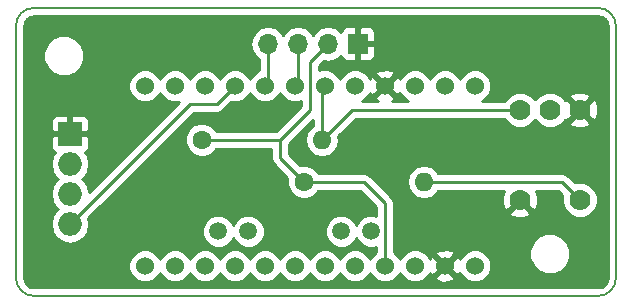
<source format=gbr>
%TF.GenerationSoftware,KiCad,Pcbnew,4.0.7*%
%TF.CreationDate,2018-07-03T14:37:38+02:00*%
%TF.ProjectId,pwmTOpwm,70776D544F70776D2E6B696361645F70,rev?*%
%TF.FileFunction,Copper,L1,Top,Signal*%
%FSLAX46Y46*%
G04 Gerber Fmt 4.6, Leading zero omitted, Abs format (unit mm)*
G04 Created by KiCad (PCBNEW 4.0.7) date Tuesday, July 03, 2018 'PMt' 02:37:38 PM*
%MOMM*%
%LPD*%
G01*
G04 APERTURE LIST*
%ADD10C,0.100000*%
%ADD11C,0.150000*%
%ADD12C,1.524000*%
%ADD13C,1.500000*%
%ADD14C,1.600000*%
%ADD15O,1.600000X1.600000*%
%ADD16R,1.700000X1.700000*%
%ADD17O,1.700000X1.700000*%
%ADD18O,1.998980X1.998980*%
%ADD19R,1.998980X1.998980*%
%ADD20C,1.778000*%
%ADD21C,0.250000*%
%ADD22C,0.254000*%
G04 APERTURE END LIST*
D10*
D11*
X213360000Y-122428000D02*
X213360000Y-101092000D01*
X164084000Y-123952000D02*
X211836000Y-123952000D01*
X162560000Y-101092000D02*
X162560000Y-122428000D01*
X164084000Y-99568000D02*
X211836000Y-99568000D01*
X211836000Y-123952000D02*
G75*
G03X213360000Y-122428000I0J1524000D01*
G01*
X213360000Y-101092000D02*
G75*
G03X211836000Y-99568000I-1524000J0D01*
G01*
X164084000Y-99568000D02*
G75*
G03X162560000Y-101092000I0J-1524000D01*
G01*
X162560000Y-122428000D02*
G75*
G03X164084000Y-123952000I1524000J0D01*
G01*
D12*
X201422000Y-106172000D03*
X198882000Y-106172000D03*
X196342000Y-106172000D03*
X193802000Y-106172000D03*
X191262000Y-106172000D03*
X188722000Y-106172000D03*
X186182000Y-106172000D03*
X183642000Y-106172000D03*
X181102000Y-106172000D03*
X178562000Y-106172000D03*
X176022000Y-106172000D03*
X173482000Y-106172000D03*
X201422000Y-121412000D03*
X198882000Y-121412000D03*
X196342000Y-121412000D03*
X193802000Y-121412000D03*
X191262000Y-121412000D03*
X188722000Y-121412000D03*
X186182000Y-121412000D03*
X183642000Y-121412000D03*
X181102000Y-121412000D03*
X178562000Y-121412000D03*
X176022000Y-121412000D03*
X173482000Y-121412000D03*
D13*
X192659000Y-118491000D03*
X190119000Y-118491000D03*
X182245000Y-118491000D03*
X179705000Y-118491000D03*
D14*
X186944000Y-114300000D03*
D15*
X197104000Y-114300000D03*
D16*
X191516000Y-102616000D03*
D17*
X188976000Y-102616000D03*
X186436000Y-102616000D03*
X183896000Y-102616000D03*
D18*
X167132000Y-117856000D03*
D19*
X167132000Y-110236000D03*
D18*
X167132000Y-112776000D03*
X167132000Y-115316000D03*
D14*
X178308000Y-110744000D03*
D15*
X188468000Y-110744000D03*
D20*
X210312000Y-115824000D03*
X205232000Y-115824000D03*
X205232000Y-108204000D03*
X207772000Y-108204000D03*
X210312000Y-108204000D03*
D21*
X186944000Y-114300000D02*
X192024000Y-114300000D01*
X193802000Y-116078000D02*
X193802000Y-121412000D01*
X192024000Y-114300000D02*
X193802000Y-116078000D01*
X186944000Y-114300000D02*
X184912000Y-112268000D01*
X184912000Y-112268000D02*
X184912000Y-110744000D01*
X178308000Y-110744000D02*
X184912000Y-110744000D01*
X187452000Y-104140000D02*
X187452000Y-107696000D01*
X187452000Y-107696000D02*
X187452000Y-108204000D01*
X187452000Y-108204000D02*
X184912000Y-110744000D01*
X187452000Y-104140000D02*
X188976000Y-102616000D01*
X186182000Y-106172000D02*
X186436000Y-105918000D01*
X186436000Y-105918000D02*
X186436000Y-102616000D01*
X183642000Y-106172000D02*
X183896000Y-105918000D01*
X183896000Y-105918000D02*
X183896000Y-102616000D01*
X167132000Y-117856000D02*
X177292000Y-107696000D01*
X179578000Y-107696000D02*
X181102000Y-106172000D01*
X177292000Y-107696000D02*
X179578000Y-107696000D01*
X188468000Y-110744000D02*
X191008000Y-108204000D01*
X191008000Y-108204000D02*
X205232000Y-108204000D01*
X188722000Y-106172000D02*
X188468000Y-106426000D01*
X188468000Y-106426000D02*
X188468000Y-110744000D01*
X197104000Y-114300000D02*
X208280000Y-114300000D01*
X208788000Y-114300000D02*
X210312000Y-115824000D01*
X208280000Y-114300000D02*
X208788000Y-114300000D01*
D22*
G36*
X212142182Y-100352814D02*
X212401749Y-100526250D01*
X212575188Y-100785820D01*
X212650000Y-101161927D01*
X212650000Y-122358073D01*
X212575188Y-122734180D01*
X212401749Y-122993750D01*
X212142182Y-123167186D01*
X211766073Y-123242000D01*
X164153927Y-123242000D01*
X163777820Y-123167188D01*
X163518250Y-122993749D01*
X163344814Y-122734182D01*
X163270000Y-122358073D01*
X163270000Y-110521750D01*
X165497510Y-110521750D01*
X165497510Y-111361799D01*
X165594183Y-111595188D01*
X165772811Y-111773817D01*
X165835013Y-111799582D01*
X165621928Y-112118486D01*
X165497510Y-112743978D01*
X165497510Y-112808022D01*
X165621928Y-113433514D01*
X165976241Y-113963781D01*
X166099290Y-114046000D01*
X165976241Y-114128219D01*
X165621928Y-114658486D01*
X165497510Y-115283978D01*
X165497510Y-115348022D01*
X165621928Y-115973514D01*
X165976241Y-116503781D01*
X166099290Y-116586000D01*
X165976241Y-116668219D01*
X165621928Y-117198486D01*
X165497510Y-117823978D01*
X165497510Y-117888022D01*
X165621928Y-118513514D01*
X165976241Y-119043781D01*
X166506508Y-119398094D01*
X167132000Y-119522512D01*
X167757492Y-119398094D01*
X168287759Y-119043781D01*
X168473844Y-118765285D01*
X178319760Y-118765285D01*
X178530169Y-119274515D01*
X178919436Y-119664461D01*
X179428298Y-119875759D01*
X179979285Y-119876240D01*
X180488515Y-119665831D01*
X180878461Y-119276564D01*
X180974976Y-119044130D01*
X181070169Y-119274515D01*
X181459436Y-119664461D01*
X181968298Y-119875759D01*
X182519285Y-119876240D01*
X183028515Y-119665831D01*
X183418461Y-119276564D01*
X183629759Y-118767702D01*
X183630240Y-118216715D01*
X183419831Y-117707485D01*
X183030564Y-117317539D01*
X182521702Y-117106241D01*
X181970715Y-117105760D01*
X181461485Y-117316169D01*
X181071539Y-117705436D01*
X180975024Y-117937870D01*
X180879831Y-117707485D01*
X180490564Y-117317539D01*
X179981702Y-117106241D01*
X179430715Y-117105760D01*
X178921485Y-117316169D01*
X178531539Y-117705436D01*
X178320241Y-118214298D01*
X178319760Y-118765285D01*
X168473844Y-118765285D01*
X168642072Y-118513514D01*
X168766490Y-117888022D01*
X168766490Y-117823978D01*
X168678945Y-117383857D01*
X177606802Y-108456000D01*
X179578000Y-108456000D01*
X179868839Y-108398148D01*
X180115401Y-108233401D01*
X180792619Y-107556183D01*
X180822900Y-107568757D01*
X181378661Y-107569242D01*
X181892303Y-107357010D01*
X182285629Y-106964370D01*
X182371949Y-106756488D01*
X182456990Y-106962303D01*
X182849630Y-107355629D01*
X183362900Y-107568757D01*
X183918661Y-107569242D01*
X184432303Y-107357010D01*
X184825629Y-106964370D01*
X184911949Y-106756488D01*
X184996990Y-106962303D01*
X185389630Y-107355629D01*
X185902900Y-107568757D01*
X186458661Y-107569242D01*
X186692000Y-107472829D01*
X186692000Y-107889198D01*
X184597198Y-109984000D01*
X179546646Y-109984000D01*
X179525243Y-109932200D01*
X179121923Y-109528176D01*
X178594691Y-109309250D01*
X178023813Y-109308752D01*
X177496200Y-109526757D01*
X177092176Y-109930077D01*
X176873250Y-110457309D01*
X176872752Y-111028187D01*
X177090757Y-111555800D01*
X177494077Y-111959824D01*
X178021309Y-112178750D01*
X178592187Y-112179248D01*
X179119800Y-111961243D01*
X179523824Y-111557923D01*
X179546215Y-111504000D01*
X184152000Y-111504000D01*
X184152000Y-112268000D01*
X184209852Y-112558839D01*
X184374599Y-112805401D01*
X185530744Y-113961546D01*
X185509250Y-114013309D01*
X185508752Y-114584187D01*
X185726757Y-115111800D01*
X186130077Y-115515824D01*
X186657309Y-115734750D01*
X187228187Y-115735248D01*
X187755800Y-115517243D01*
X188159824Y-115113923D01*
X188182215Y-115060000D01*
X191709198Y-115060000D01*
X193042000Y-116392802D01*
X193042000Y-117150380D01*
X192935702Y-117106241D01*
X192384715Y-117105760D01*
X191875485Y-117316169D01*
X191485539Y-117705436D01*
X191389024Y-117937870D01*
X191293831Y-117707485D01*
X190904564Y-117317539D01*
X190395702Y-117106241D01*
X189844715Y-117105760D01*
X189335485Y-117316169D01*
X188945539Y-117705436D01*
X188734241Y-118214298D01*
X188733760Y-118765285D01*
X188944169Y-119274515D01*
X189333436Y-119664461D01*
X189842298Y-119875759D01*
X190393285Y-119876240D01*
X190902515Y-119665831D01*
X191292461Y-119276564D01*
X191388976Y-119044130D01*
X191484169Y-119274515D01*
X191873436Y-119664461D01*
X192382298Y-119875759D01*
X192933285Y-119876240D01*
X193042000Y-119831320D01*
X193042000Y-120214469D01*
X193011697Y-120226990D01*
X192618371Y-120619630D01*
X192532051Y-120827512D01*
X192447010Y-120621697D01*
X192054370Y-120228371D01*
X191541100Y-120015243D01*
X190985339Y-120014758D01*
X190471697Y-120226990D01*
X190078371Y-120619630D01*
X189992051Y-120827512D01*
X189907010Y-120621697D01*
X189514370Y-120228371D01*
X189001100Y-120015243D01*
X188445339Y-120014758D01*
X187931697Y-120226990D01*
X187538371Y-120619630D01*
X187452051Y-120827512D01*
X187367010Y-120621697D01*
X186974370Y-120228371D01*
X186461100Y-120015243D01*
X185905339Y-120014758D01*
X185391697Y-120226990D01*
X184998371Y-120619630D01*
X184912051Y-120827512D01*
X184827010Y-120621697D01*
X184434370Y-120228371D01*
X183921100Y-120015243D01*
X183365339Y-120014758D01*
X182851697Y-120226990D01*
X182458371Y-120619630D01*
X182372051Y-120827512D01*
X182287010Y-120621697D01*
X181894370Y-120228371D01*
X181381100Y-120015243D01*
X180825339Y-120014758D01*
X180311697Y-120226990D01*
X179918371Y-120619630D01*
X179832051Y-120827512D01*
X179747010Y-120621697D01*
X179354370Y-120228371D01*
X178841100Y-120015243D01*
X178285339Y-120014758D01*
X177771697Y-120226990D01*
X177378371Y-120619630D01*
X177292051Y-120827512D01*
X177207010Y-120621697D01*
X176814370Y-120228371D01*
X176301100Y-120015243D01*
X175745339Y-120014758D01*
X175231697Y-120226990D01*
X174838371Y-120619630D01*
X174752051Y-120827512D01*
X174667010Y-120621697D01*
X174274370Y-120228371D01*
X173761100Y-120015243D01*
X173205339Y-120014758D01*
X172691697Y-120226990D01*
X172298371Y-120619630D01*
X172085243Y-121132900D01*
X172084758Y-121688661D01*
X172296990Y-122202303D01*
X172689630Y-122595629D01*
X173202900Y-122808757D01*
X173758661Y-122809242D01*
X174272303Y-122597010D01*
X174665629Y-122204370D01*
X174751949Y-121996488D01*
X174836990Y-122202303D01*
X175229630Y-122595629D01*
X175742900Y-122808757D01*
X176298661Y-122809242D01*
X176812303Y-122597010D01*
X177205629Y-122204370D01*
X177291949Y-121996488D01*
X177376990Y-122202303D01*
X177769630Y-122595629D01*
X178282900Y-122808757D01*
X178838661Y-122809242D01*
X179352303Y-122597010D01*
X179745629Y-122204370D01*
X179831949Y-121996488D01*
X179916990Y-122202303D01*
X180309630Y-122595629D01*
X180822900Y-122808757D01*
X181378661Y-122809242D01*
X181892303Y-122597010D01*
X182285629Y-122204370D01*
X182371949Y-121996488D01*
X182456990Y-122202303D01*
X182849630Y-122595629D01*
X183362900Y-122808757D01*
X183918661Y-122809242D01*
X184432303Y-122597010D01*
X184825629Y-122204370D01*
X184911949Y-121996488D01*
X184996990Y-122202303D01*
X185389630Y-122595629D01*
X185902900Y-122808757D01*
X186458661Y-122809242D01*
X186972303Y-122597010D01*
X187365629Y-122204370D01*
X187451949Y-121996488D01*
X187536990Y-122202303D01*
X187929630Y-122595629D01*
X188442900Y-122808757D01*
X188998661Y-122809242D01*
X189512303Y-122597010D01*
X189905629Y-122204370D01*
X189991949Y-121996488D01*
X190076990Y-122202303D01*
X190469630Y-122595629D01*
X190982900Y-122808757D01*
X191538661Y-122809242D01*
X192052303Y-122597010D01*
X192445629Y-122204370D01*
X192531949Y-121996488D01*
X192616990Y-122202303D01*
X193009630Y-122595629D01*
X193522900Y-122808757D01*
X194078661Y-122809242D01*
X194592303Y-122597010D01*
X194985629Y-122204370D01*
X195071949Y-121996488D01*
X195156990Y-122202303D01*
X195549630Y-122595629D01*
X196062900Y-122808757D01*
X196618661Y-122809242D01*
X197132303Y-122597010D01*
X197337457Y-122392213D01*
X198081392Y-122392213D01*
X198150857Y-122634397D01*
X198674302Y-122821144D01*
X199229368Y-122793362D01*
X199613143Y-122634397D01*
X199682608Y-122392213D01*
X198882000Y-121591605D01*
X198081392Y-122392213D01*
X197337457Y-122392213D01*
X197525629Y-122204370D01*
X197605395Y-122012273D01*
X197659603Y-122143143D01*
X197901787Y-122212608D01*
X198702395Y-121412000D01*
X199061605Y-121412000D01*
X199862213Y-122212608D01*
X200104397Y-122143143D01*
X200154509Y-122002682D01*
X200236990Y-122202303D01*
X200629630Y-122595629D01*
X201142900Y-122808757D01*
X201698661Y-122809242D01*
X202212303Y-122597010D01*
X202605629Y-122204370D01*
X202818757Y-121691100D01*
X202819242Y-121135339D01*
X202655726Y-120739599D01*
X206036699Y-120739599D01*
X206300281Y-121377515D01*
X206787918Y-121866004D01*
X207425373Y-122130699D01*
X208115599Y-122131301D01*
X208753515Y-121867719D01*
X209242004Y-121380082D01*
X209506699Y-120742627D01*
X209507301Y-120052401D01*
X209243719Y-119414485D01*
X208756082Y-118925996D01*
X208118627Y-118661301D01*
X207428401Y-118660699D01*
X206790485Y-118924281D01*
X206301996Y-119411918D01*
X206037301Y-120049373D01*
X206036699Y-120739599D01*
X202655726Y-120739599D01*
X202607010Y-120621697D01*
X202214370Y-120228371D01*
X201701100Y-120015243D01*
X201145339Y-120014758D01*
X200631697Y-120226990D01*
X200238371Y-120619630D01*
X200158605Y-120811727D01*
X200104397Y-120680857D01*
X199862213Y-120611392D01*
X199061605Y-121412000D01*
X198702395Y-121412000D01*
X197901787Y-120611392D01*
X197659603Y-120680857D01*
X197609491Y-120821318D01*
X197527010Y-120621697D01*
X197337432Y-120431787D01*
X198081392Y-120431787D01*
X198882000Y-121232395D01*
X199682608Y-120431787D01*
X199613143Y-120189603D01*
X199089698Y-120002856D01*
X198534632Y-120030638D01*
X198150857Y-120189603D01*
X198081392Y-120431787D01*
X197337432Y-120431787D01*
X197134370Y-120228371D01*
X196621100Y-120015243D01*
X196065339Y-120014758D01*
X195551697Y-120226990D01*
X195158371Y-120619630D01*
X195072051Y-120827512D01*
X194987010Y-120621697D01*
X194594370Y-120228371D01*
X194562000Y-120214930D01*
X194562000Y-116896196D01*
X204339409Y-116896196D01*
X204424467Y-117151539D01*
X204993965Y-117359516D01*
X205599700Y-117333723D01*
X206039533Y-117151539D01*
X206124591Y-116896196D01*
X205232000Y-116003605D01*
X204339409Y-116896196D01*
X194562000Y-116896196D01*
X194562000Y-116078000D01*
X194504148Y-115787161D01*
X194339401Y-115540599D01*
X193098802Y-114300000D01*
X195640887Y-114300000D01*
X195750120Y-114849151D01*
X196061189Y-115314698D01*
X196526736Y-115625767D01*
X197075887Y-115735000D01*
X197132113Y-115735000D01*
X197681264Y-115625767D01*
X198146811Y-115314698D01*
X198316995Y-115060000D01*
X203888563Y-115060000D01*
X203696484Y-115585965D01*
X203722277Y-116191700D01*
X203904461Y-116631533D01*
X204159804Y-116716591D01*
X205052395Y-115824000D01*
X205038253Y-115809858D01*
X205217858Y-115630253D01*
X205232000Y-115644395D01*
X205246143Y-115630253D01*
X205425748Y-115809858D01*
X205411605Y-115824000D01*
X206304196Y-116716591D01*
X206559539Y-116631533D01*
X206767516Y-116062035D01*
X206741723Y-115456300D01*
X206577571Y-115060000D01*
X208473198Y-115060000D01*
X208830650Y-115417452D01*
X208788265Y-115519528D01*
X208787736Y-116125812D01*
X209019262Y-116686149D01*
X209447596Y-117115231D01*
X210007528Y-117347735D01*
X210613812Y-117348264D01*
X211174149Y-117116738D01*
X211603231Y-116688404D01*
X211835735Y-116128472D01*
X211836264Y-115522188D01*
X211604738Y-114961851D01*
X211176404Y-114532769D01*
X210616472Y-114300265D01*
X210010188Y-114299736D01*
X209905708Y-114342906D01*
X209325401Y-113762599D01*
X209078839Y-113597852D01*
X208788000Y-113540000D01*
X198316995Y-113540000D01*
X198146811Y-113285302D01*
X197681264Y-112974233D01*
X197132113Y-112865000D01*
X197075887Y-112865000D01*
X196526736Y-112974233D01*
X196061189Y-113285302D01*
X195750120Y-113750849D01*
X195640887Y-114300000D01*
X193098802Y-114300000D01*
X192561401Y-113762599D01*
X192314839Y-113597852D01*
X192024000Y-113540000D01*
X188182646Y-113540000D01*
X188161243Y-113488200D01*
X187757923Y-113084176D01*
X187230691Y-112865250D01*
X186659813Y-112864752D01*
X186605851Y-112887049D01*
X185672000Y-111953198D01*
X185672000Y-111058802D01*
X187708000Y-109022802D01*
X187708000Y-109540333D01*
X187425189Y-109729302D01*
X187114120Y-110194849D01*
X187004887Y-110744000D01*
X187114120Y-111293151D01*
X187425189Y-111758698D01*
X187890736Y-112069767D01*
X188439887Y-112179000D01*
X188496113Y-112179000D01*
X189045264Y-112069767D01*
X189510811Y-111758698D01*
X189821880Y-111293151D01*
X189931113Y-110744000D01*
X189866688Y-110420114D01*
X191322802Y-108964000D01*
X203897055Y-108964000D01*
X203939262Y-109066149D01*
X204367596Y-109495231D01*
X204927528Y-109727735D01*
X205533812Y-109728264D01*
X206094149Y-109496738D01*
X206502336Y-109089263D01*
X206907596Y-109495231D01*
X207467528Y-109727735D01*
X208073812Y-109728264D01*
X208634149Y-109496738D01*
X208855076Y-109276196D01*
X209419409Y-109276196D01*
X209504467Y-109531539D01*
X210073965Y-109739516D01*
X210679700Y-109713723D01*
X211119533Y-109531539D01*
X211204591Y-109276196D01*
X210312000Y-108383605D01*
X209419409Y-109276196D01*
X208855076Y-109276196D01*
X209063231Y-109068404D01*
X209074405Y-109041494D01*
X209239804Y-109096591D01*
X210132395Y-108204000D01*
X210491605Y-108204000D01*
X211384196Y-109096591D01*
X211639539Y-109011533D01*
X211847516Y-108442035D01*
X211821723Y-107836300D01*
X211639539Y-107396467D01*
X211384196Y-107311409D01*
X210491605Y-108204000D01*
X210132395Y-108204000D01*
X209239804Y-107311409D01*
X209074862Y-107366353D01*
X209064738Y-107341851D01*
X208855058Y-107131804D01*
X209419409Y-107131804D01*
X210312000Y-108024395D01*
X211204591Y-107131804D01*
X211119533Y-106876461D01*
X210550035Y-106668484D01*
X209944300Y-106694277D01*
X209504467Y-106876461D01*
X209419409Y-107131804D01*
X208855058Y-107131804D01*
X208636404Y-106912769D01*
X208076472Y-106680265D01*
X207470188Y-106679736D01*
X206909851Y-106911262D01*
X206501664Y-107318737D01*
X206096404Y-106912769D01*
X205536472Y-106680265D01*
X204930188Y-106679736D01*
X204369851Y-106911262D01*
X203940769Y-107339596D01*
X203897417Y-107444000D01*
X202001771Y-107444000D01*
X202212303Y-107357010D01*
X202605629Y-106964370D01*
X202818757Y-106451100D01*
X202819242Y-105895339D01*
X202607010Y-105381697D01*
X202214370Y-104988371D01*
X201701100Y-104775243D01*
X201145339Y-104774758D01*
X200631697Y-104986990D01*
X200238371Y-105379630D01*
X200152051Y-105587512D01*
X200067010Y-105381697D01*
X199674370Y-104988371D01*
X199161100Y-104775243D01*
X198605339Y-104774758D01*
X198091697Y-104986990D01*
X197698371Y-105379630D01*
X197612051Y-105587512D01*
X197527010Y-105381697D01*
X197134370Y-104988371D01*
X196621100Y-104775243D01*
X196065339Y-104774758D01*
X195551697Y-104986990D01*
X195158371Y-105379630D01*
X195078605Y-105571727D01*
X195024397Y-105440857D01*
X194782213Y-105371392D01*
X193981605Y-106172000D01*
X194782213Y-106972608D01*
X195024397Y-106903143D01*
X195074509Y-106762682D01*
X195156990Y-106962303D01*
X195549630Y-107355629D01*
X195762451Y-107444000D01*
X194413391Y-107444000D01*
X194533143Y-107394397D01*
X194602608Y-107152213D01*
X193802000Y-106351605D01*
X193001392Y-107152213D01*
X193070857Y-107394397D01*
X193209892Y-107444000D01*
X191841771Y-107444000D01*
X192052303Y-107357010D01*
X192445629Y-106964370D01*
X192525395Y-106772273D01*
X192579603Y-106903143D01*
X192821787Y-106972608D01*
X193622395Y-106172000D01*
X192821787Y-105371392D01*
X192579603Y-105440857D01*
X192529491Y-105581318D01*
X192447010Y-105381697D01*
X192257432Y-105191787D01*
X193001392Y-105191787D01*
X193802000Y-105992395D01*
X194602608Y-105191787D01*
X194533143Y-104949603D01*
X194009698Y-104762856D01*
X193454632Y-104790638D01*
X193070857Y-104949603D01*
X193001392Y-105191787D01*
X192257432Y-105191787D01*
X192054370Y-104988371D01*
X191541100Y-104775243D01*
X190985339Y-104774758D01*
X190471697Y-104986990D01*
X190078371Y-105379630D01*
X189992051Y-105587512D01*
X189907010Y-105381697D01*
X189514370Y-104988371D01*
X189001100Y-104775243D01*
X188445339Y-104774758D01*
X188212000Y-104871171D01*
X188212000Y-104454802D01*
X188609592Y-104057210D01*
X188976000Y-104130093D01*
X189544285Y-104017054D01*
X190026054Y-103695147D01*
X190055403Y-103651223D01*
X190127673Y-103825698D01*
X190306301Y-104004327D01*
X190539690Y-104101000D01*
X191230250Y-104101000D01*
X191389000Y-103942250D01*
X191389000Y-102743000D01*
X191643000Y-102743000D01*
X191643000Y-103942250D01*
X191801750Y-104101000D01*
X192492310Y-104101000D01*
X192725699Y-104004327D01*
X192904327Y-103825698D01*
X193001000Y-103592309D01*
X193001000Y-102901750D01*
X192842250Y-102743000D01*
X191643000Y-102743000D01*
X191389000Y-102743000D01*
X191369000Y-102743000D01*
X191369000Y-102489000D01*
X191389000Y-102489000D01*
X191389000Y-101289750D01*
X191643000Y-101289750D01*
X191643000Y-102489000D01*
X192842250Y-102489000D01*
X193001000Y-102330250D01*
X193001000Y-101639691D01*
X192904327Y-101406302D01*
X192725699Y-101227673D01*
X192492310Y-101131000D01*
X191801750Y-101131000D01*
X191643000Y-101289750D01*
X191389000Y-101289750D01*
X191230250Y-101131000D01*
X190539690Y-101131000D01*
X190306301Y-101227673D01*
X190127673Y-101406302D01*
X190055403Y-101580777D01*
X190026054Y-101536853D01*
X189544285Y-101214946D01*
X188976000Y-101101907D01*
X188407715Y-101214946D01*
X187925946Y-101536853D01*
X187706000Y-101866026D01*
X187486054Y-101536853D01*
X187004285Y-101214946D01*
X186436000Y-101101907D01*
X185867715Y-101214946D01*
X185385946Y-101536853D01*
X185166000Y-101866026D01*
X184946054Y-101536853D01*
X184464285Y-101214946D01*
X183896000Y-101101907D01*
X183327715Y-101214946D01*
X182845946Y-101536853D01*
X182524039Y-102018622D01*
X182411000Y-102586907D01*
X182411000Y-102645093D01*
X182524039Y-103213378D01*
X182845946Y-103695147D01*
X183136000Y-103888954D01*
X183136000Y-104869519D01*
X182851697Y-104986990D01*
X182458371Y-105379630D01*
X182372051Y-105587512D01*
X182287010Y-105381697D01*
X181894370Y-104988371D01*
X181381100Y-104775243D01*
X180825339Y-104774758D01*
X180311697Y-104986990D01*
X179918371Y-105379630D01*
X179832051Y-105587512D01*
X179747010Y-105381697D01*
X179354370Y-104988371D01*
X178841100Y-104775243D01*
X178285339Y-104774758D01*
X177771697Y-104986990D01*
X177378371Y-105379630D01*
X177292051Y-105587512D01*
X177207010Y-105381697D01*
X176814370Y-104988371D01*
X176301100Y-104775243D01*
X175745339Y-104774758D01*
X175231697Y-104986990D01*
X174838371Y-105379630D01*
X174752051Y-105587512D01*
X174667010Y-105381697D01*
X174274370Y-104988371D01*
X173761100Y-104775243D01*
X173205339Y-104774758D01*
X172691697Y-104986990D01*
X172298371Y-105379630D01*
X172085243Y-105892900D01*
X172084758Y-106448661D01*
X172296990Y-106962303D01*
X172689630Y-107355629D01*
X173202900Y-107568757D01*
X173758661Y-107569242D01*
X174272303Y-107357010D01*
X174665629Y-106964370D01*
X174751949Y-106756488D01*
X174836990Y-106962303D01*
X175229630Y-107355629D01*
X175742900Y-107568757D01*
X176298661Y-107569242D01*
X176375850Y-107537348D01*
X168743715Y-115169483D01*
X168642072Y-114658486D01*
X168287759Y-114128219D01*
X168164710Y-114046000D01*
X168287759Y-113963781D01*
X168642072Y-113433514D01*
X168766490Y-112808022D01*
X168766490Y-112743978D01*
X168642072Y-112118486D01*
X168428987Y-111799582D01*
X168491189Y-111773817D01*
X168669817Y-111595188D01*
X168766490Y-111361799D01*
X168766490Y-110521750D01*
X168607740Y-110363000D01*
X167259000Y-110363000D01*
X167259000Y-110383000D01*
X167005000Y-110383000D01*
X167005000Y-110363000D01*
X165656260Y-110363000D01*
X165497510Y-110521750D01*
X163270000Y-110521750D01*
X163270000Y-109110201D01*
X165497510Y-109110201D01*
X165497510Y-109950250D01*
X165656260Y-110109000D01*
X167005000Y-110109000D01*
X167005000Y-108760260D01*
X167259000Y-108760260D01*
X167259000Y-110109000D01*
X168607740Y-110109000D01*
X168766490Y-109950250D01*
X168766490Y-109110201D01*
X168669817Y-108876812D01*
X168491189Y-108698183D01*
X168257800Y-108601510D01*
X167417750Y-108601510D01*
X167259000Y-108760260D01*
X167005000Y-108760260D01*
X166846250Y-108601510D01*
X166006200Y-108601510D01*
X165772811Y-108698183D01*
X165594183Y-108876812D01*
X165497510Y-109110201D01*
X163270000Y-109110201D01*
X163270000Y-103975599D01*
X164888699Y-103975599D01*
X165152281Y-104613515D01*
X165639918Y-105102004D01*
X166277373Y-105366699D01*
X166967599Y-105367301D01*
X167605515Y-105103719D01*
X168094004Y-104616082D01*
X168358699Y-103978627D01*
X168359301Y-103288401D01*
X168095719Y-102650485D01*
X167608082Y-102161996D01*
X166970627Y-101897301D01*
X166280401Y-101896699D01*
X165642485Y-102160281D01*
X165153996Y-102647918D01*
X164889301Y-103285373D01*
X164888699Y-103975599D01*
X163270000Y-103975599D01*
X163270000Y-101161927D01*
X163344814Y-100785818D01*
X163518250Y-100526251D01*
X163777820Y-100352812D01*
X164153927Y-100278000D01*
X211766073Y-100278000D01*
X212142182Y-100352814D01*
X212142182Y-100352814D01*
G37*
X212142182Y-100352814D02*
X212401749Y-100526250D01*
X212575188Y-100785820D01*
X212650000Y-101161927D01*
X212650000Y-122358073D01*
X212575188Y-122734180D01*
X212401749Y-122993750D01*
X212142182Y-123167186D01*
X211766073Y-123242000D01*
X164153927Y-123242000D01*
X163777820Y-123167188D01*
X163518250Y-122993749D01*
X163344814Y-122734182D01*
X163270000Y-122358073D01*
X163270000Y-110521750D01*
X165497510Y-110521750D01*
X165497510Y-111361799D01*
X165594183Y-111595188D01*
X165772811Y-111773817D01*
X165835013Y-111799582D01*
X165621928Y-112118486D01*
X165497510Y-112743978D01*
X165497510Y-112808022D01*
X165621928Y-113433514D01*
X165976241Y-113963781D01*
X166099290Y-114046000D01*
X165976241Y-114128219D01*
X165621928Y-114658486D01*
X165497510Y-115283978D01*
X165497510Y-115348022D01*
X165621928Y-115973514D01*
X165976241Y-116503781D01*
X166099290Y-116586000D01*
X165976241Y-116668219D01*
X165621928Y-117198486D01*
X165497510Y-117823978D01*
X165497510Y-117888022D01*
X165621928Y-118513514D01*
X165976241Y-119043781D01*
X166506508Y-119398094D01*
X167132000Y-119522512D01*
X167757492Y-119398094D01*
X168287759Y-119043781D01*
X168473844Y-118765285D01*
X178319760Y-118765285D01*
X178530169Y-119274515D01*
X178919436Y-119664461D01*
X179428298Y-119875759D01*
X179979285Y-119876240D01*
X180488515Y-119665831D01*
X180878461Y-119276564D01*
X180974976Y-119044130D01*
X181070169Y-119274515D01*
X181459436Y-119664461D01*
X181968298Y-119875759D01*
X182519285Y-119876240D01*
X183028515Y-119665831D01*
X183418461Y-119276564D01*
X183629759Y-118767702D01*
X183630240Y-118216715D01*
X183419831Y-117707485D01*
X183030564Y-117317539D01*
X182521702Y-117106241D01*
X181970715Y-117105760D01*
X181461485Y-117316169D01*
X181071539Y-117705436D01*
X180975024Y-117937870D01*
X180879831Y-117707485D01*
X180490564Y-117317539D01*
X179981702Y-117106241D01*
X179430715Y-117105760D01*
X178921485Y-117316169D01*
X178531539Y-117705436D01*
X178320241Y-118214298D01*
X178319760Y-118765285D01*
X168473844Y-118765285D01*
X168642072Y-118513514D01*
X168766490Y-117888022D01*
X168766490Y-117823978D01*
X168678945Y-117383857D01*
X177606802Y-108456000D01*
X179578000Y-108456000D01*
X179868839Y-108398148D01*
X180115401Y-108233401D01*
X180792619Y-107556183D01*
X180822900Y-107568757D01*
X181378661Y-107569242D01*
X181892303Y-107357010D01*
X182285629Y-106964370D01*
X182371949Y-106756488D01*
X182456990Y-106962303D01*
X182849630Y-107355629D01*
X183362900Y-107568757D01*
X183918661Y-107569242D01*
X184432303Y-107357010D01*
X184825629Y-106964370D01*
X184911949Y-106756488D01*
X184996990Y-106962303D01*
X185389630Y-107355629D01*
X185902900Y-107568757D01*
X186458661Y-107569242D01*
X186692000Y-107472829D01*
X186692000Y-107889198D01*
X184597198Y-109984000D01*
X179546646Y-109984000D01*
X179525243Y-109932200D01*
X179121923Y-109528176D01*
X178594691Y-109309250D01*
X178023813Y-109308752D01*
X177496200Y-109526757D01*
X177092176Y-109930077D01*
X176873250Y-110457309D01*
X176872752Y-111028187D01*
X177090757Y-111555800D01*
X177494077Y-111959824D01*
X178021309Y-112178750D01*
X178592187Y-112179248D01*
X179119800Y-111961243D01*
X179523824Y-111557923D01*
X179546215Y-111504000D01*
X184152000Y-111504000D01*
X184152000Y-112268000D01*
X184209852Y-112558839D01*
X184374599Y-112805401D01*
X185530744Y-113961546D01*
X185509250Y-114013309D01*
X185508752Y-114584187D01*
X185726757Y-115111800D01*
X186130077Y-115515824D01*
X186657309Y-115734750D01*
X187228187Y-115735248D01*
X187755800Y-115517243D01*
X188159824Y-115113923D01*
X188182215Y-115060000D01*
X191709198Y-115060000D01*
X193042000Y-116392802D01*
X193042000Y-117150380D01*
X192935702Y-117106241D01*
X192384715Y-117105760D01*
X191875485Y-117316169D01*
X191485539Y-117705436D01*
X191389024Y-117937870D01*
X191293831Y-117707485D01*
X190904564Y-117317539D01*
X190395702Y-117106241D01*
X189844715Y-117105760D01*
X189335485Y-117316169D01*
X188945539Y-117705436D01*
X188734241Y-118214298D01*
X188733760Y-118765285D01*
X188944169Y-119274515D01*
X189333436Y-119664461D01*
X189842298Y-119875759D01*
X190393285Y-119876240D01*
X190902515Y-119665831D01*
X191292461Y-119276564D01*
X191388976Y-119044130D01*
X191484169Y-119274515D01*
X191873436Y-119664461D01*
X192382298Y-119875759D01*
X192933285Y-119876240D01*
X193042000Y-119831320D01*
X193042000Y-120214469D01*
X193011697Y-120226990D01*
X192618371Y-120619630D01*
X192532051Y-120827512D01*
X192447010Y-120621697D01*
X192054370Y-120228371D01*
X191541100Y-120015243D01*
X190985339Y-120014758D01*
X190471697Y-120226990D01*
X190078371Y-120619630D01*
X189992051Y-120827512D01*
X189907010Y-120621697D01*
X189514370Y-120228371D01*
X189001100Y-120015243D01*
X188445339Y-120014758D01*
X187931697Y-120226990D01*
X187538371Y-120619630D01*
X187452051Y-120827512D01*
X187367010Y-120621697D01*
X186974370Y-120228371D01*
X186461100Y-120015243D01*
X185905339Y-120014758D01*
X185391697Y-120226990D01*
X184998371Y-120619630D01*
X184912051Y-120827512D01*
X184827010Y-120621697D01*
X184434370Y-120228371D01*
X183921100Y-120015243D01*
X183365339Y-120014758D01*
X182851697Y-120226990D01*
X182458371Y-120619630D01*
X182372051Y-120827512D01*
X182287010Y-120621697D01*
X181894370Y-120228371D01*
X181381100Y-120015243D01*
X180825339Y-120014758D01*
X180311697Y-120226990D01*
X179918371Y-120619630D01*
X179832051Y-120827512D01*
X179747010Y-120621697D01*
X179354370Y-120228371D01*
X178841100Y-120015243D01*
X178285339Y-120014758D01*
X177771697Y-120226990D01*
X177378371Y-120619630D01*
X177292051Y-120827512D01*
X177207010Y-120621697D01*
X176814370Y-120228371D01*
X176301100Y-120015243D01*
X175745339Y-120014758D01*
X175231697Y-120226990D01*
X174838371Y-120619630D01*
X174752051Y-120827512D01*
X174667010Y-120621697D01*
X174274370Y-120228371D01*
X173761100Y-120015243D01*
X173205339Y-120014758D01*
X172691697Y-120226990D01*
X172298371Y-120619630D01*
X172085243Y-121132900D01*
X172084758Y-121688661D01*
X172296990Y-122202303D01*
X172689630Y-122595629D01*
X173202900Y-122808757D01*
X173758661Y-122809242D01*
X174272303Y-122597010D01*
X174665629Y-122204370D01*
X174751949Y-121996488D01*
X174836990Y-122202303D01*
X175229630Y-122595629D01*
X175742900Y-122808757D01*
X176298661Y-122809242D01*
X176812303Y-122597010D01*
X177205629Y-122204370D01*
X177291949Y-121996488D01*
X177376990Y-122202303D01*
X177769630Y-122595629D01*
X178282900Y-122808757D01*
X178838661Y-122809242D01*
X179352303Y-122597010D01*
X179745629Y-122204370D01*
X179831949Y-121996488D01*
X179916990Y-122202303D01*
X180309630Y-122595629D01*
X180822900Y-122808757D01*
X181378661Y-122809242D01*
X181892303Y-122597010D01*
X182285629Y-122204370D01*
X182371949Y-121996488D01*
X182456990Y-122202303D01*
X182849630Y-122595629D01*
X183362900Y-122808757D01*
X183918661Y-122809242D01*
X184432303Y-122597010D01*
X184825629Y-122204370D01*
X184911949Y-121996488D01*
X184996990Y-122202303D01*
X185389630Y-122595629D01*
X185902900Y-122808757D01*
X186458661Y-122809242D01*
X186972303Y-122597010D01*
X187365629Y-122204370D01*
X187451949Y-121996488D01*
X187536990Y-122202303D01*
X187929630Y-122595629D01*
X188442900Y-122808757D01*
X188998661Y-122809242D01*
X189512303Y-122597010D01*
X189905629Y-122204370D01*
X189991949Y-121996488D01*
X190076990Y-122202303D01*
X190469630Y-122595629D01*
X190982900Y-122808757D01*
X191538661Y-122809242D01*
X192052303Y-122597010D01*
X192445629Y-122204370D01*
X192531949Y-121996488D01*
X192616990Y-122202303D01*
X193009630Y-122595629D01*
X193522900Y-122808757D01*
X194078661Y-122809242D01*
X194592303Y-122597010D01*
X194985629Y-122204370D01*
X195071949Y-121996488D01*
X195156990Y-122202303D01*
X195549630Y-122595629D01*
X196062900Y-122808757D01*
X196618661Y-122809242D01*
X197132303Y-122597010D01*
X197337457Y-122392213D01*
X198081392Y-122392213D01*
X198150857Y-122634397D01*
X198674302Y-122821144D01*
X199229368Y-122793362D01*
X199613143Y-122634397D01*
X199682608Y-122392213D01*
X198882000Y-121591605D01*
X198081392Y-122392213D01*
X197337457Y-122392213D01*
X197525629Y-122204370D01*
X197605395Y-122012273D01*
X197659603Y-122143143D01*
X197901787Y-122212608D01*
X198702395Y-121412000D01*
X199061605Y-121412000D01*
X199862213Y-122212608D01*
X200104397Y-122143143D01*
X200154509Y-122002682D01*
X200236990Y-122202303D01*
X200629630Y-122595629D01*
X201142900Y-122808757D01*
X201698661Y-122809242D01*
X202212303Y-122597010D01*
X202605629Y-122204370D01*
X202818757Y-121691100D01*
X202819242Y-121135339D01*
X202655726Y-120739599D01*
X206036699Y-120739599D01*
X206300281Y-121377515D01*
X206787918Y-121866004D01*
X207425373Y-122130699D01*
X208115599Y-122131301D01*
X208753515Y-121867719D01*
X209242004Y-121380082D01*
X209506699Y-120742627D01*
X209507301Y-120052401D01*
X209243719Y-119414485D01*
X208756082Y-118925996D01*
X208118627Y-118661301D01*
X207428401Y-118660699D01*
X206790485Y-118924281D01*
X206301996Y-119411918D01*
X206037301Y-120049373D01*
X206036699Y-120739599D01*
X202655726Y-120739599D01*
X202607010Y-120621697D01*
X202214370Y-120228371D01*
X201701100Y-120015243D01*
X201145339Y-120014758D01*
X200631697Y-120226990D01*
X200238371Y-120619630D01*
X200158605Y-120811727D01*
X200104397Y-120680857D01*
X199862213Y-120611392D01*
X199061605Y-121412000D01*
X198702395Y-121412000D01*
X197901787Y-120611392D01*
X197659603Y-120680857D01*
X197609491Y-120821318D01*
X197527010Y-120621697D01*
X197337432Y-120431787D01*
X198081392Y-120431787D01*
X198882000Y-121232395D01*
X199682608Y-120431787D01*
X199613143Y-120189603D01*
X199089698Y-120002856D01*
X198534632Y-120030638D01*
X198150857Y-120189603D01*
X198081392Y-120431787D01*
X197337432Y-120431787D01*
X197134370Y-120228371D01*
X196621100Y-120015243D01*
X196065339Y-120014758D01*
X195551697Y-120226990D01*
X195158371Y-120619630D01*
X195072051Y-120827512D01*
X194987010Y-120621697D01*
X194594370Y-120228371D01*
X194562000Y-120214930D01*
X194562000Y-116896196D01*
X204339409Y-116896196D01*
X204424467Y-117151539D01*
X204993965Y-117359516D01*
X205599700Y-117333723D01*
X206039533Y-117151539D01*
X206124591Y-116896196D01*
X205232000Y-116003605D01*
X204339409Y-116896196D01*
X194562000Y-116896196D01*
X194562000Y-116078000D01*
X194504148Y-115787161D01*
X194339401Y-115540599D01*
X193098802Y-114300000D01*
X195640887Y-114300000D01*
X195750120Y-114849151D01*
X196061189Y-115314698D01*
X196526736Y-115625767D01*
X197075887Y-115735000D01*
X197132113Y-115735000D01*
X197681264Y-115625767D01*
X198146811Y-115314698D01*
X198316995Y-115060000D01*
X203888563Y-115060000D01*
X203696484Y-115585965D01*
X203722277Y-116191700D01*
X203904461Y-116631533D01*
X204159804Y-116716591D01*
X205052395Y-115824000D01*
X205038253Y-115809858D01*
X205217858Y-115630253D01*
X205232000Y-115644395D01*
X205246143Y-115630253D01*
X205425748Y-115809858D01*
X205411605Y-115824000D01*
X206304196Y-116716591D01*
X206559539Y-116631533D01*
X206767516Y-116062035D01*
X206741723Y-115456300D01*
X206577571Y-115060000D01*
X208473198Y-115060000D01*
X208830650Y-115417452D01*
X208788265Y-115519528D01*
X208787736Y-116125812D01*
X209019262Y-116686149D01*
X209447596Y-117115231D01*
X210007528Y-117347735D01*
X210613812Y-117348264D01*
X211174149Y-117116738D01*
X211603231Y-116688404D01*
X211835735Y-116128472D01*
X211836264Y-115522188D01*
X211604738Y-114961851D01*
X211176404Y-114532769D01*
X210616472Y-114300265D01*
X210010188Y-114299736D01*
X209905708Y-114342906D01*
X209325401Y-113762599D01*
X209078839Y-113597852D01*
X208788000Y-113540000D01*
X198316995Y-113540000D01*
X198146811Y-113285302D01*
X197681264Y-112974233D01*
X197132113Y-112865000D01*
X197075887Y-112865000D01*
X196526736Y-112974233D01*
X196061189Y-113285302D01*
X195750120Y-113750849D01*
X195640887Y-114300000D01*
X193098802Y-114300000D01*
X192561401Y-113762599D01*
X192314839Y-113597852D01*
X192024000Y-113540000D01*
X188182646Y-113540000D01*
X188161243Y-113488200D01*
X187757923Y-113084176D01*
X187230691Y-112865250D01*
X186659813Y-112864752D01*
X186605851Y-112887049D01*
X185672000Y-111953198D01*
X185672000Y-111058802D01*
X187708000Y-109022802D01*
X187708000Y-109540333D01*
X187425189Y-109729302D01*
X187114120Y-110194849D01*
X187004887Y-110744000D01*
X187114120Y-111293151D01*
X187425189Y-111758698D01*
X187890736Y-112069767D01*
X188439887Y-112179000D01*
X188496113Y-112179000D01*
X189045264Y-112069767D01*
X189510811Y-111758698D01*
X189821880Y-111293151D01*
X189931113Y-110744000D01*
X189866688Y-110420114D01*
X191322802Y-108964000D01*
X203897055Y-108964000D01*
X203939262Y-109066149D01*
X204367596Y-109495231D01*
X204927528Y-109727735D01*
X205533812Y-109728264D01*
X206094149Y-109496738D01*
X206502336Y-109089263D01*
X206907596Y-109495231D01*
X207467528Y-109727735D01*
X208073812Y-109728264D01*
X208634149Y-109496738D01*
X208855076Y-109276196D01*
X209419409Y-109276196D01*
X209504467Y-109531539D01*
X210073965Y-109739516D01*
X210679700Y-109713723D01*
X211119533Y-109531539D01*
X211204591Y-109276196D01*
X210312000Y-108383605D01*
X209419409Y-109276196D01*
X208855076Y-109276196D01*
X209063231Y-109068404D01*
X209074405Y-109041494D01*
X209239804Y-109096591D01*
X210132395Y-108204000D01*
X210491605Y-108204000D01*
X211384196Y-109096591D01*
X211639539Y-109011533D01*
X211847516Y-108442035D01*
X211821723Y-107836300D01*
X211639539Y-107396467D01*
X211384196Y-107311409D01*
X210491605Y-108204000D01*
X210132395Y-108204000D01*
X209239804Y-107311409D01*
X209074862Y-107366353D01*
X209064738Y-107341851D01*
X208855058Y-107131804D01*
X209419409Y-107131804D01*
X210312000Y-108024395D01*
X211204591Y-107131804D01*
X211119533Y-106876461D01*
X210550035Y-106668484D01*
X209944300Y-106694277D01*
X209504467Y-106876461D01*
X209419409Y-107131804D01*
X208855058Y-107131804D01*
X208636404Y-106912769D01*
X208076472Y-106680265D01*
X207470188Y-106679736D01*
X206909851Y-106911262D01*
X206501664Y-107318737D01*
X206096404Y-106912769D01*
X205536472Y-106680265D01*
X204930188Y-106679736D01*
X204369851Y-106911262D01*
X203940769Y-107339596D01*
X203897417Y-107444000D01*
X202001771Y-107444000D01*
X202212303Y-107357010D01*
X202605629Y-106964370D01*
X202818757Y-106451100D01*
X202819242Y-105895339D01*
X202607010Y-105381697D01*
X202214370Y-104988371D01*
X201701100Y-104775243D01*
X201145339Y-104774758D01*
X200631697Y-104986990D01*
X200238371Y-105379630D01*
X200152051Y-105587512D01*
X200067010Y-105381697D01*
X199674370Y-104988371D01*
X199161100Y-104775243D01*
X198605339Y-104774758D01*
X198091697Y-104986990D01*
X197698371Y-105379630D01*
X197612051Y-105587512D01*
X197527010Y-105381697D01*
X197134370Y-104988371D01*
X196621100Y-104775243D01*
X196065339Y-104774758D01*
X195551697Y-104986990D01*
X195158371Y-105379630D01*
X195078605Y-105571727D01*
X195024397Y-105440857D01*
X194782213Y-105371392D01*
X193981605Y-106172000D01*
X194782213Y-106972608D01*
X195024397Y-106903143D01*
X195074509Y-106762682D01*
X195156990Y-106962303D01*
X195549630Y-107355629D01*
X195762451Y-107444000D01*
X194413391Y-107444000D01*
X194533143Y-107394397D01*
X194602608Y-107152213D01*
X193802000Y-106351605D01*
X193001392Y-107152213D01*
X193070857Y-107394397D01*
X193209892Y-107444000D01*
X191841771Y-107444000D01*
X192052303Y-107357010D01*
X192445629Y-106964370D01*
X192525395Y-106772273D01*
X192579603Y-106903143D01*
X192821787Y-106972608D01*
X193622395Y-106172000D01*
X192821787Y-105371392D01*
X192579603Y-105440857D01*
X192529491Y-105581318D01*
X192447010Y-105381697D01*
X192257432Y-105191787D01*
X193001392Y-105191787D01*
X193802000Y-105992395D01*
X194602608Y-105191787D01*
X194533143Y-104949603D01*
X194009698Y-104762856D01*
X193454632Y-104790638D01*
X193070857Y-104949603D01*
X193001392Y-105191787D01*
X192257432Y-105191787D01*
X192054370Y-104988371D01*
X191541100Y-104775243D01*
X190985339Y-104774758D01*
X190471697Y-104986990D01*
X190078371Y-105379630D01*
X189992051Y-105587512D01*
X189907010Y-105381697D01*
X189514370Y-104988371D01*
X189001100Y-104775243D01*
X188445339Y-104774758D01*
X188212000Y-104871171D01*
X188212000Y-104454802D01*
X188609592Y-104057210D01*
X188976000Y-104130093D01*
X189544285Y-104017054D01*
X190026054Y-103695147D01*
X190055403Y-103651223D01*
X190127673Y-103825698D01*
X190306301Y-104004327D01*
X190539690Y-104101000D01*
X191230250Y-104101000D01*
X191389000Y-103942250D01*
X191389000Y-102743000D01*
X191643000Y-102743000D01*
X191643000Y-103942250D01*
X191801750Y-104101000D01*
X192492310Y-104101000D01*
X192725699Y-104004327D01*
X192904327Y-103825698D01*
X193001000Y-103592309D01*
X193001000Y-102901750D01*
X192842250Y-102743000D01*
X191643000Y-102743000D01*
X191389000Y-102743000D01*
X191369000Y-102743000D01*
X191369000Y-102489000D01*
X191389000Y-102489000D01*
X191389000Y-101289750D01*
X191643000Y-101289750D01*
X191643000Y-102489000D01*
X192842250Y-102489000D01*
X193001000Y-102330250D01*
X193001000Y-101639691D01*
X192904327Y-101406302D01*
X192725699Y-101227673D01*
X192492310Y-101131000D01*
X191801750Y-101131000D01*
X191643000Y-101289750D01*
X191389000Y-101289750D01*
X191230250Y-101131000D01*
X190539690Y-101131000D01*
X190306301Y-101227673D01*
X190127673Y-101406302D01*
X190055403Y-101580777D01*
X190026054Y-101536853D01*
X189544285Y-101214946D01*
X188976000Y-101101907D01*
X188407715Y-101214946D01*
X187925946Y-101536853D01*
X187706000Y-101866026D01*
X187486054Y-101536853D01*
X187004285Y-101214946D01*
X186436000Y-101101907D01*
X185867715Y-101214946D01*
X185385946Y-101536853D01*
X185166000Y-101866026D01*
X184946054Y-101536853D01*
X184464285Y-101214946D01*
X183896000Y-101101907D01*
X183327715Y-101214946D01*
X182845946Y-101536853D01*
X182524039Y-102018622D01*
X182411000Y-102586907D01*
X182411000Y-102645093D01*
X182524039Y-103213378D01*
X182845946Y-103695147D01*
X183136000Y-103888954D01*
X183136000Y-104869519D01*
X182851697Y-104986990D01*
X182458371Y-105379630D01*
X182372051Y-105587512D01*
X182287010Y-105381697D01*
X181894370Y-104988371D01*
X181381100Y-104775243D01*
X180825339Y-104774758D01*
X180311697Y-104986990D01*
X179918371Y-105379630D01*
X179832051Y-105587512D01*
X179747010Y-105381697D01*
X179354370Y-104988371D01*
X178841100Y-104775243D01*
X178285339Y-104774758D01*
X177771697Y-104986990D01*
X177378371Y-105379630D01*
X177292051Y-105587512D01*
X177207010Y-105381697D01*
X176814370Y-104988371D01*
X176301100Y-104775243D01*
X175745339Y-104774758D01*
X175231697Y-104986990D01*
X174838371Y-105379630D01*
X174752051Y-105587512D01*
X174667010Y-105381697D01*
X174274370Y-104988371D01*
X173761100Y-104775243D01*
X173205339Y-104774758D01*
X172691697Y-104986990D01*
X172298371Y-105379630D01*
X172085243Y-105892900D01*
X172084758Y-106448661D01*
X172296990Y-106962303D01*
X172689630Y-107355629D01*
X173202900Y-107568757D01*
X173758661Y-107569242D01*
X174272303Y-107357010D01*
X174665629Y-106964370D01*
X174751949Y-106756488D01*
X174836990Y-106962303D01*
X175229630Y-107355629D01*
X175742900Y-107568757D01*
X176298661Y-107569242D01*
X176375850Y-107537348D01*
X168743715Y-115169483D01*
X168642072Y-114658486D01*
X168287759Y-114128219D01*
X168164710Y-114046000D01*
X168287759Y-113963781D01*
X168642072Y-113433514D01*
X168766490Y-112808022D01*
X168766490Y-112743978D01*
X168642072Y-112118486D01*
X168428987Y-111799582D01*
X168491189Y-111773817D01*
X168669817Y-111595188D01*
X168766490Y-111361799D01*
X168766490Y-110521750D01*
X168607740Y-110363000D01*
X167259000Y-110363000D01*
X167259000Y-110383000D01*
X167005000Y-110383000D01*
X167005000Y-110363000D01*
X165656260Y-110363000D01*
X165497510Y-110521750D01*
X163270000Y-110521750D01*
X163270000Y-109110201D01*
X165497510Y-109110201D01*
X165497510Y-109950250D01*
X165656260Y-110109000D01*
X167005000Y-110109000D01*
X167005000Y-108760260D01*
X167259000Y-108760260D01*
X167259000Y-110109000D01*
X168607740Y-110109000D01*
X168766490Y-109950250D01*
X168766490Y-109110201D01*
X168669817Y-108876812D01*
X168491189Y-108698183D01*
X168257800Y-108601510D01*
X167417750Y-108601510D01*
X167259000Y-108760260D01*
X167005000Y-108760260D01*
X166846250Y-108601510D01*
X166006200Y-108601510D01*
X165772811Y-108698183D01*
X165594183Y-108876812D01*
X165497510Y-109110201D01*
X163270000Y-109110201D01*
X163270000Y-103975599D01*
X164888699Y-103975599D01*
X165152281Y-104613515D01*
X165639918Y-105102004D01*
X166277373Y-105366699D01*
X166967599Y-105367301D01*
X167605515Y-105103719D01*
X168094004Y-104616082D01*
X168358699Y-103978627D01*
X168359301Y-103288401D01*
X168095719Y-102650485D01*
X167608082Y-102161996D01*
X166970627Y-101897301D01*
X166280401Y-101896699D01*
X165642485Y-102160281D01*
X165153996Y-102647918D01*
X164889301Y-103285373D01*
X164888699Y-103975599D01*
X163270000Y-103975599D01*
X163270000Y-101161927D01*
X163344814Y-100785818D01*
X163518250Y-100526251D01*
X163777820Y-100352812D01*
X164153927Y-100278000D01*
X211766073Y-100278000D01*
X212142182Y-100352814D01*
M02*

</source>
